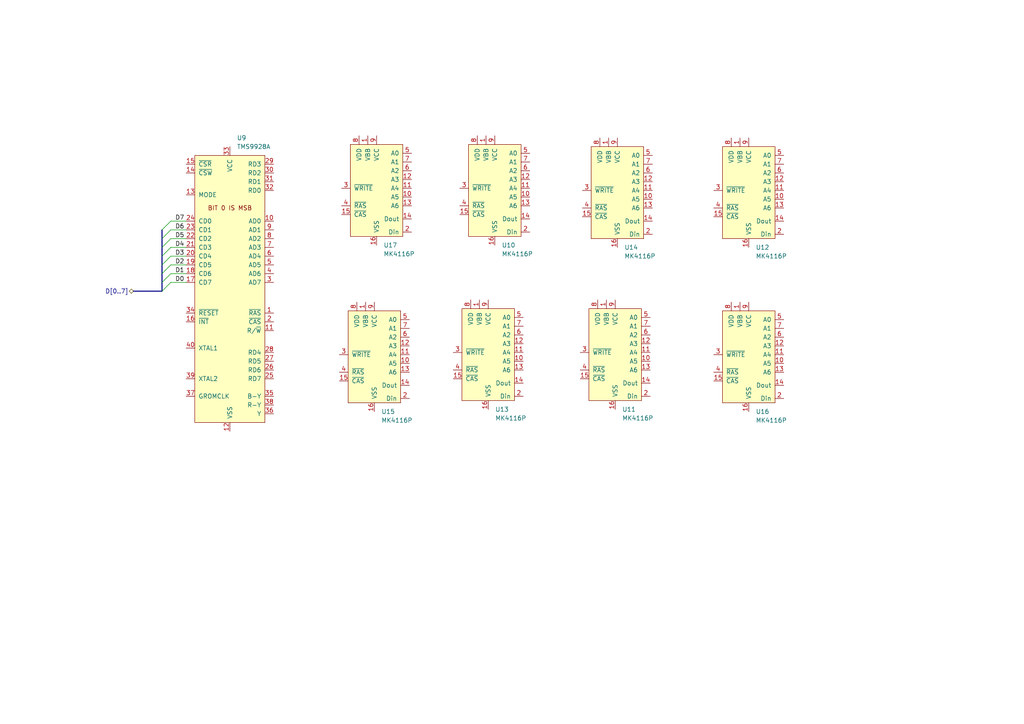
<source format=kicad_sch>
(kicad_sch (version 20211123) (generator eeschema)
  (paper "A4")
  (lib_symbols
    (symbol "VINTAGE_PC_VIDEO:TMS9928A" (pin_names (offset 1.016))
      (property "Reference" "U" (at 6.35 11.43 0))
      (property "Value" "TMS9928A" (at 10.16 8.89 0))
      (symbol "TMS9928A_0_0"
        (text "BIT 0 IS MSB" (at 0 -7.62 0) (effects (font (size 1.27 1.27))))
      )
      (symbol "TMS9928A_0_1"
        (rectangle (start -10.16 7.62) (end 10.16 -69.85) (fill (type background)))
      )
      (symbol "TMS9928A_1_1"
        (pin output line (at 12.7 -38.1 180) (length 2.54) (name "~{RAS}") (number "1"))
        (pin output line (at 12.7 -11.43 180) (length 2.54) (name "AD0") (number "10"))
        (pin output line (at 12.7 -43.18 180) (length 2.54) (name "R/~{W}") (number "11"))
        (pin power_in line (at 0 -72.39 90) (length 2.54) (name "VSS") (number "12"))
        (pin input line (at -12.7 -3.81 0) (length 2.54) (name "MODE") (number "13"))
        (pin input line (at -12.7 2.54 0) (length 2.54) (name "~{CSW}") (number "14"))
        (pin input line (at -12.7 5.08 0) (length 2.54) (name "~{CSR}") (number "15"))
        (pin output line (at -12.7 -40.64 0) (length 2.54) (name "~{INT}") (number "16"))
        (pin bidirectional line (at -12.7 -29.21 0) (length 2.54) (name "CD7") (number "17"))
        (pin bidirectional line (at -12.7 -26.67 0) (length 2.54) (name "CD6") (number "18"))
        (pin bidirectional line (at -12.7 -24.13 0) (length 2.54) (name "CD5") (number "19"))
        (pin output line (at 12.7 -40.64 180) (length 2.54) (name "~{CAS}") (number "2"))
        (pin bidirectional line (at -12.7 -21.59 0) (length 2.54) (name "CD4") (number "20"))
        (pin bidirectional line (at -12.7 -19.05 0) (length 2.54) (name "CD3") (number "21"))
        (pin bidirectional line (at -12.7 -16.51 0) (length 2.54) (name "CD2") (number "22"))
        (pin bidirectional line (at -12.7 -13.97 0) (length 2.54) (name "CD1") (number "23"))
        (pin bidirectional line (at -12.7 -11.43 0) (length 2.54) (name "CD0") (number "24"))
        (pin output line (at 12.7 -57.15 180) (length 2.54) (name "RD7") (number "25"))
        (pin output line (at 12.7 -54.61 180) (length 2.54) (name "RD6") (number "26"))
        (pin output line (at 12.7 -52.07 180) (length 2.54) (name "RD5") (number "27"))
        (pin output line (at 12.7 -49.53 180) (length 2.54) (name "RD4") (number "28"))
        (pin bidirectional line (at 12.7 5.08 180) (length 2.54) (name "RD3") (number "29"))
        (pin output line (at 12.7 -29.21 180) (length 2.54) (name "AD7") (number "3"))
        (pin bidirectional line (at 12.7 2.54 180) (length 2.54) (name "RD2") (number "30"))
        (pin bidirectional line (at 12.7 0 180) (length 2.54) (name "RD1") (number "31"))
        (pin bidirectional line (at 12.7 -2.54 180) (length 2.54) (name "RD0") (number "32"))
        (pin power_in line (at 0 10.16 270) (length 2.54) (name "VCC") (number "33"))
        (pin input line (at -12.7 -38.1 0) (length 2.54) (name "~{RESET}") (number "34"))
        (pin output line (at 12.7 -62.23 180) (length 2.54) (name "B-Y") (number "35"))
        (pin output line (at 12.7 -67.31 180) (length 2.54) (name "Y") (number "36"))
        (pin output line (at -12.7 -62.23 0) (length 2.54) (name "GROMCLK") (number "37"))
        (pin output line (at 12.7 -64.77 180) (length 2.54) (name "R-Y") (number "38"))
        (pin bidirectional line (at -12.7 -57.15 0) (length 2.54) (name "XTAL2") (number "39"))
        (pin output line (at 12.7 -26.67 180) (length 2.54) (name "AD6") (number "4"))
        (pin input line (at -12.7 -48.26 0) (length 2.54) (name "XTAL1") (number "40"))
        (pin output line (at 12.7 -24.13 180) (length 2.54) (name "AD5") (number "5"))
        (pin output line (at 12.7 -21.59 180) (length 2.54) (name "AD4") (number "6"))
        (pin output line (at 12.7 -19.05 180) (length 2.54) (name "AD3") (number "7"))
        (pin output line (at 12.7 -16.51 180) (length 2.54) (name "AD2") (number "8"))
        (pin output line (at 12.7 -13.97 180) (length 2.54) (name "AD1") (number "9"))
      )
    )
    (symbol "Vintage_PC_RAM:MK4116P" (pin_names (offset 1.016))
      (property "Reference" "U" (at 3.81 7.62 0))
      (property "Value" "MK4116P" (at 6.35 5.08 0))
      (symbol "MK4116P_0_1"
        (rectangle (start -7.62 3.81) (end 7.62 -22.86) (fill (type background)))
      )
      (symbol "MK4116P_1_1"
        (pin power_in line (at -2.54 6.35 270) (length 2.54) (name "VBB") (number "1"))
        (pin input line (at 10.16 -11.43 180) (length 2.54) (name "A5") (number "10"))
        (pin input line (at 10.16 -8.89 180) (length 2.54) (name "A4") (number "11"))
        (pin input line (at 10.16 -6.35 180) (length 2.54) (name "A3") (number "12"))
        (pin input line (at 10.16 -13.97 180) (length 2.54) (name "A6") (number "13"))
        (pin output line (at 10.16 -17.78 180) (length 2.54) (name "Dout") (number "14"))
        (pin input line (at -10.16 -16.51 0) (length 2.54) (name "~{CAS}") (number "15"))
        (pin power_in line (at 0 -25.4 90) (length 2.54) (name "VSS") (number "16"))
        (pin input line (at 10.16 -21.59 180) (length 2.54) (name "Din") (number "2"))
        (pin input line (at -10.16 -8.89 0) (length 2.54) (name "~{WRITE}") (number "3"))
        (pin input line (at -10.16 -13.97 0) (length 2.54) (name "~{RAS}") (number "4"))
        (pin input line (at 10.16 1.27 180) (length 2.54) (name "A0") (number "5"))
        (pin input line (at 10.16 -3.81 180) (length 2.54) (name "A2") (number "6"))
        (pin input line (at 10.16 -1.27 180) (length 2.54) (name "A1") (number "7"))
        (pin power_in line (at -5.08 6.35 270) (length 2.54) (name "VDD") (number "8"))
        (pin power_in line (at 0 6.35 270) (length 2.54) (name "VCC") (number "9"))
      )
    )
  )
  (bus_entry (at 46.99 69.215) (size 2.54 -2.54))
  (bus_entry (at 46.99 84.455) (size 2.54 -2.54))
  (bus_entry (at 46.99 71.755) (size 2.54 -2.54))
  (bus_entry (at 46.99 76.835) (size 2.54 -2.54))
  (bus_entry (at 46.99 79.375) (size 2.54 -2.54))
  (bus_entry (at 46.99 74.295) (size 2.54 -2.54))
  (bus_entry (at 46.99 66.675) (size 2.54 -2.54))
  (bus_entry (at 46.99 81.915) (size 2.54 -2.54))
  (bus (pts (xy 46.99 66.675) (xy 46.99 69.215)))
  (wire (pts (xy 49.53 69.215) (xy 53.975 69.215)))
  (wire (pts (xy 49.53 66.675) (xy 53.975 66.675)))
  (bus (pts (xy 46.99 69.215) (xy 46.99 71.755)))
  (bus (pts (xy 46.99 84.455) (xy 38.735 84.455)))
  (bus (pts (xy 46.99 76.835) (xy 46.99 79.375)))
  (bus (pts (xy 46.99 74.295) (xy 46.99 76.835)))
  (wire (pts (xy 49.53 64.135) (xy 53.975 64.135)))
  (wire (pts (xy 49.53 74.295) (xy 53.975 74.295)))
  (wire (pts (xy 49.53 71.755) (xy 53.975 71.755)))
  (wire (pts (xy 49.53 79.375) (xy 53.975 79.375)))
  (wire (pts (xy 49.53 81.915) (xy 53.975 81.915)))
  (bus (pts (xy 46.99 79.375) (xy 46.99 81.915)))
  (bus (pts (xy 46.99 71.755) (xy 46.99 74.295)))
  (wire (pts (xy 49.53 76.835) (xy 53.975 76.835)))
  (bus (pts (xy 46.99 81.915) (xy 46.99 84.455)))
  (label "D5" (at 50.8 69.215 0))
  (label "D4" (at 50.8 71.755 0))
  (label "D2" (at 50.8 76.835 0))
  (label "D3" (at 50.8 74.295 0))
  (label "D6" (at 50.8 66.675 0))
  (label "D1" (at 50.8 79.375 0))
  (label "D0" (at 50.8 81.915 0))
  (label "D7" (at 50.8 64.135 0))
  (hierarchical_label "D[0..7]" (shape bidirectional) (at 38.735 84.455 180))
  (symbol (lib_id "Vintage_PC_RAM:MK4116P") (at 178.435 93.345 0) (unit 1)
    (property "Reference" "U11" (at 180.4544 118.745 0) (effects (justify left)))
    (property "Value" "MK4116P" (at 180.4544 121.285 0) (effects (justify left)))
  )
  (symbol (lib_id "Vintage_PC_RAM:MK4116P") (at 217.17 93.98 0) (unit 1)
    (property "Reference" "U16" (at 219.1894 119.38 0) (effects (justify left)))
    (property "Value" "MK4116P" (at 219.1894 121.92 0) (effects (justify left)))
  )
  (symbol (lib_id "Vintage_PC_RAM:MK4116P") (at 141.605 93.345 0) (unit 1)
    (property "Reference" "U13" (at 143.6244 118.745 0) (effects (justify left)))
    (property "Value" "MK4116P" (at 143.6244 121.285 0) (effects (justify left)))
  )
  (symbol (lib_id "Vintage_PC_RAM:MK4116P") (at 109.22 45.72 0) (unit 1)
    (property "Reference" "U17" (at 111.2394 71.12 0) (effects (justify left)))
    (property "Value" "MK4116P" (at 111.2394 73.66 0) (effects (justify left)))
  )
  (symbol (lib_id "VINTAGE_PC_VIDEO:TMS9928A") (at 66.675 52.705 0) (unit 1)
    (property "Reference" "U9" (at 68.6944 40.005 0) (effects (justify left)))
    (property "Value" "TMS9928A" (at 68.6944 42.545 0) (effects (justify left)))
  )
  (symbol (lib_id "Vintage_PC_RAM:MK4116P") (at 108.585 93.98 0) (unit 1)
    (property "Reference" "U15" (at 110.6044 119.38 0) (effects (justify left)))
    (property "Value" "MK4116P" (at 110.6044 121.92 0) (effects (justify left)))
  )
  (symbol (lib_id "Vintage_PC_RAM:MK4116P") (at 179.07 46.355 0) (unit 1)
    (property "Reference" "U14" (at 181.0894 71.755 0) (effects (justify left)))
    (property "Value" "MK4116P" (at 181.0894 74.295 0) (effects (justify left)))
  )
  (symbol (lib_id "Vintage_PC_RAM:MK4116P") (at 217.17 46.355 0) (unit 1)
    (property "Reference" "U12" (at 219.1894 71.755 0) (effects (justify left)))
    (property "Value" "MK4116P" (at 219.1894 74.295 0) (effects (justify left)))
  )
  (symbol (lib_id "Vintage_PC_RAM:MK4116P") (at 143.51 45.72 0) (unit 1)
    (property "Reference" "U10" (at 145.5294 71.12 0) (effects (justify left)))
    (property "Value" "MK4116P" (at 145.5294 73.66 0) (effects (justify left)))
  )
)
</source>
